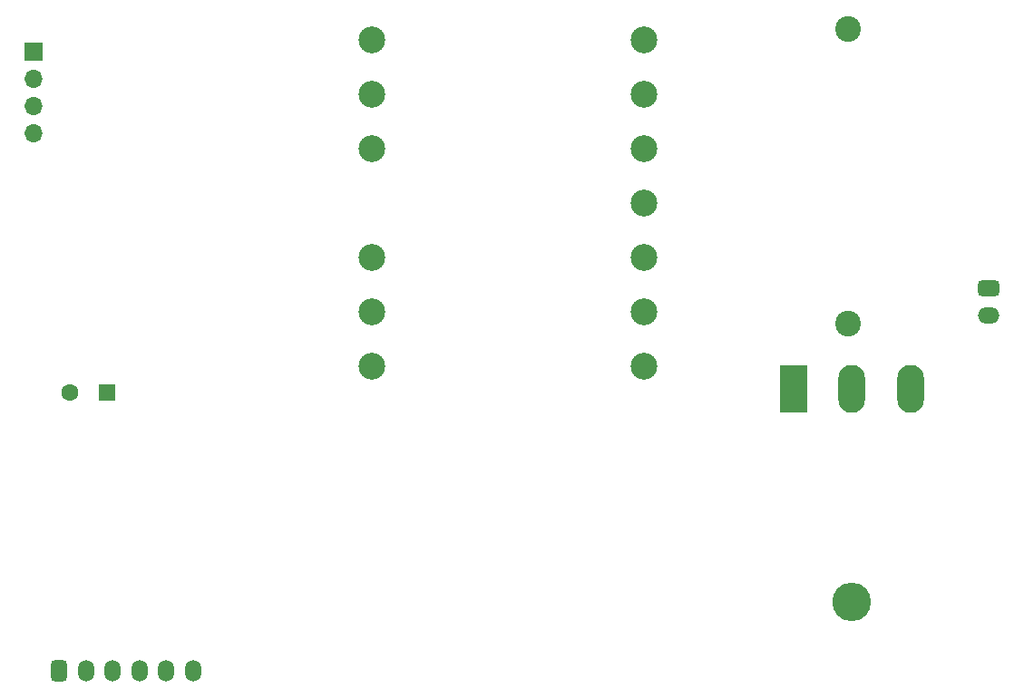
<source format=gbr>
%TF.GenerationSoftware,KiCad,Pcbnew,8.0.5*%
%TF.CreationDate,2024-10-09T02:25:36+03:00*%
%TF.ProjectId,DC-CDI,44432d43-4449-42e6-9b69-6361645f7063,rev?*%
%TF.SameCoordinates,Original*%
%TF.FileFunction,Soldermask,Bot*%
%TF.FilePolarity,Negative*%
%FSLAX46Y46*%
G04 Gerber Fmt 4.6, Leading zero omitted, Abs format (unit mm)*
G04 Created by KiCad (PCBNEW 8.0.5) date 2024-10-09 02:25:36*
%MOMM*%
%LPD*%
G01*
G04 APERTURE LIST*
G04 Aperture macros list*
%AMRoundRect*
0 Rectangle with rounded corners*
0 $1 Rounding radius*
0 $2 $3 $4 $5 $6 $7 $8 $9 X,Y pos of 4 corners*
0 Add a 4 corners polygon primitive as box body*
4,1,4,$2,$3,$4,$5,$6,$7,$8,$9,$2,$3,0*
0 Add four circle primitives for the rounded corners*
1,1,$1+$1,$2,$3*
1,1,$1+$1,$4,$5*
1,1,$1+$1,$6,$7*
1,1,$1+$1,$8,$9*
0 Add four rect primitives between the rounded corners*
20,1,$1+$1,$2,$3,$4,$5,0*
20,1,$1+$1,$4,$5,$6,$7,0*
20,1,$1+$1,$6,$7,$8,$9,0*
20,1,$1+$1,$8,$9,$2,$3,0*%
G04 Aperture macros list end*
%ADD10R,1.700000X1.700000*%
%ADD11O,1.700000X1.700000*%
%ADD12R,1.600000X1.600000*%
%ADD13C,1.600000*%
%ADD14C,2.500000*%
%ADD15RoundRect,0.375000X-0.375000X-0.625000X0.375000X-0.625000X0.375000X0.625000X-0.375000X0.625000X0*%
%ADD16O,1.500000X2.000000*%
%ADD17RoundRect,0.375000X-0.625000X0.375000X-0.625000X-0.375000X0.625000X-0.375000X0.625000X0.375000X0*%
%ADD18O,2.000000X1.500000*%
%ADD19C,2.400000*%
%ADD20O,3.600000X3.600000*%
%ADD21R,2.500000X4.500000*%
%ADD22O,2.500000X4.500000*%
G04 APERTURE END LIST*
D10*
%TO.C,J3*%
X135600000Y-68980000D03*
D11*
X135600000Y-71520000D03*
X135600000Y-74060000D03*
X135600000Y-76600000D03*
%TD*%
D12*
%TO.C,C13*%
X142452651Y-100800000D03*
D13*
X138952651Y-100800000D03*
%TD*%
D14*
%TO.C,T1*%
X167200000Y-67920000D03*
X167200000Y-73000000D03*
X167200000Y-78080000D03*
X167200000Y-88240000D03*
X167200000Y-93320000D03*
X167200000Y-98400000D03*
X192600000Y-98400000D03*
X192600000Y-93320000D03*
X192600000Y-88240000D03*
X192600000Y-83160000D03*
X192600000Y-78080000D03*
X192600000Y-73000000D03*
X192600000Y-67920000D03*
%TD*%
D15*
%TO.C,J2*%
X138000000Y-126800000D03*
D16*
X140500000Y-126800000D03*
X143000000Y-126800000D03*
X145500000Y-126800000D03*
X148000000Y-126800000D03*
X150500000Y-126800000D03*
%TD*%
D17*
%TO.C,J1*%
X224800000Y-91100000D03*
D18*
X224800000Y-93600000D03*
%TD*%
D19*
%TO.C,C30*%
X211600000Y-94400000D03*
X211600000Y-66900000D03*
%TD*%
D20*
%TO.C,Q1*%
X212000000Y-120370000D03*
D21*
X206550000Y-100510000D03*
D22*
X212000000Y-100510000D03*
X217450000Y-100510000D03*
%TD*%
M02*

</source>
